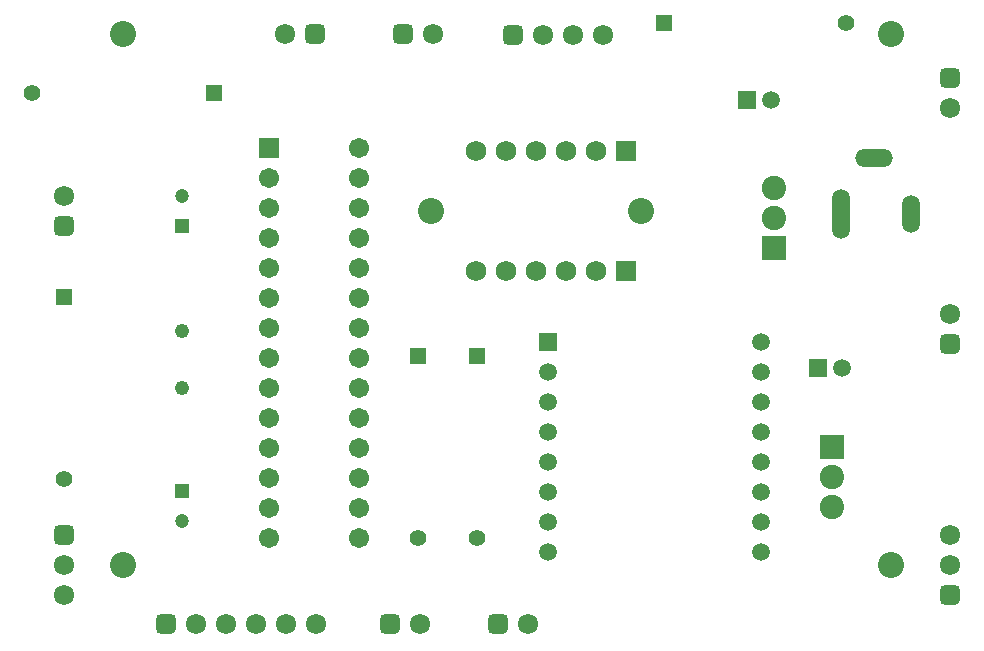
<source format=gts>
G04*
G04 #@! TF.GenerationSoftware,Altium Limited,Altium Designer,25.1.2 (22)*
G04*
G04 Layer_Color=8388736*
%FSLAX25Y25*%
%MOIN*%
G70*
G04*
G04 #@! TF.SameCoordinates,B7606435-976A-44DC-911F-35B296C07FD0*
G04*
G04*
G04 #@! TF.FilePolarity,Negative*
G04*
G01*
G75*
G04:AMPARAMS|DCode=16|XSize=67.84mil|YSize=67.84mil|CornerRadius=18.96mil|HoleSize=0mil|Usage=FLASHONLY|Rotation=180.000|XOffset=0mil|YOffset=0mil|HoleType=Round|Shape=RoundedRectangle|*
%AMROUNDEDRECTD16*
21,1,0.06784,0.02992,0,0,180.0*
21,1,0.02992,0.06784,0,0,180.0*
1,1,0.03792,-0.01496,0.01496*
1,1,0.03792,0.01496,0.01496*
1,1,0.03792,0.01496,-0.01496*
1,1,0.03792,-0.01496,-0.01496*
%
%ADD16ROUNDEDRECTD16*%
%ADD17C,0.06784*%
G04:AMPARAMS|DCode=18|XSize=67.84mil|YSize=67.84mil|CornerRadius=18.96mil|HoleSize=0mil|Usage=FLASHONLY|Rotation=90.000|XOffset=0mil|YOffset=0mil|HoleType=Round|Shape=RoundedRectangle|*
%AMROUNDEDRECTD18*
21,1,0.06784,0.02992,0,0,90.0*
21,1,0.02992,0.06784,0,0,90.0*
1,1,0.03792,0.01496,0.01496*
1,1,0.03792,0.01496,-0.01496*
1,1,0.03792,-0.01496,-0.01496*
1,1,0.03792,-0.01496,0.01496*
%
%ADD18ROUNDEDRECTD18*%
%ADD19R,0.06706X0.06706*%
%ADD20C,0.06706*%
%ADD21C,0.08674*%
%ADD22R,0.06800X0.06800*%
%ADD23C,0.06800*%
%ADD24C,0.05950*%
%ADD25R,0.05950X0.05950*%
%ADD26O,0.05906X0.16535*%
%ADD27O,0.05906X0.12598*%
%ADD28O,0.12598X0.05906*%
%ADD29R,0.08123X0.08123*%
%ADD30C,0.08123*%
%ADD31R,0.05918X0.05918*%
%ADD32C,0.05918*%
%ADD33C,0.05512*%
%ADD34R,0.05512X0.05512*%
%ADD35C,0.04765*%
%ADD36C,0.04724*%
%ADD37R,0.04724X0.04724*%
%ADD38R,0.05512X0.05512*%
D16*
X103425Y216535D02*
D03*
X169400Y216200D02*
D03*
X132795Y216535D02*
D03*
X53740Y19685D02*
D03*
X128500D02*
D03*
X164500D02*
D03*
D17*
X93425Y216535D02*
D03*
X19685Y162480D02*
D03*
X179400Y216200D02*
D03*
X189400D02*
D03*
X199400D02*
D03*
X142795Y216535D02*
D03*
X314961Y191850D02*
D03*
X19685Y39370D02*
D03*
Y29370D02*
D03*
X314961Y39370D02*
D03*
Y49370D02*
D03*
Y123110D02*
D03*
X73740Y19685D02*
D03*
X63740D02*
D03*
X83740D02*
D03*
X93740D02*
D03*
X103740D02*
D03*
X138500D02*
D03*
X174500D02*
D03*
D18*
X19685Y152480D02*
D03*
X314961Y201850D02*
D03*
X19685Y49370D02*
D03*
X314961Y29370D02*
D03*
Y113110D02*
D03*
D19*
X88110Y178425D02*
D03*
D20*
Y168425D02*
D03*
Y158425D02*
D03*
Y148425D02*
D03*
Y138425D02*
D03*
Y128425D02*
D03*
Y118425D02*
D03*
Y108425D02*
D03*
Y98425D02*
D03*
Y88425D02*
D03*
Y78425D02*
D03*
Y68425D02*
D03*
Y58425D02*
D03*
Y48425D02*
D03*
X118110Y178425D02*
D03*
Y168425D02*
D03*
Y158425D02*
D03*
Y148425D02*
D03*
Y138425D02*
D03*
Y128425D02*
D03*
Y118425D02*
D03*
Y108425D02*
D03*
Y98425D02*
D03*
Y88425D02*
D03*
Y78425D02*
D03*
Y68425D02*
D03*
Y58425D02*
D03*
Y48425D02*
D03*
D21*
X142165Y157480D02*
D03*
X212165D02*
D03*
X39370Y39370D02*
D03*
X295276D02*
D03*
Y216535D02*
D03*
X39370D02*
D03*
D22*
X207165Y137480D02*
D03*
Y177480D02*
D03*
D23*
X197165Y137480D02*
D03*
X187165D02*
D03*
X177165D02*
D03*
X167165D02*
D03*
X157165D02*
D03*
X197165Y177480D02*
D03*
X187165D02*
D03*
X177165D02*
D03*
X167165D02*
D03*
X157165D02*
D03*
D24*
X181035Y83740D02*
D03*
Y73740D02*
D03*
X252035Y83740D02*
D03*
Y73740D02*
D03*
X181035Y63740D02*
D03*
Y93740D02*
D03*
X252035D02*
D03*
Y63740D02*
D03*
X181035Y103740D02*
D03*
X252035D02*
D03*
X181035Y53740D02*
D03*
X252035D02*
D03*
Y113740D02*
D03*
X181035Y43740D02*
D03*
X252035D02*
D03*
D25*
X181035Y113740D02*
D03*
D26*
X278772Y156500D02*
D03*
D27*
X302000D02*
D03*
D28*
X289795Y175004D02*
D03*
D29*
X256200Y145000D02*
D03*
X275590Y78740D02*
D03*
D30*
X256200Y155000D02*
D03*
Y165000D02*
D03*
X275590Y68740D02*
D03*
Y58740D02*
D03*
D31*
X247463Y194600D02*
D03*
X271063Y105000D02*
D03*
D32*
X255337Y194600D02*
D03*
X278937Y105000D02*
D03*
D33*
X19685Y67992D02*
D03*
X137795Y48307D02*
D03*
X157480D02*
D03*
X280433Y220000D02*
D03*
X8937Y196850D02*
D03*
D34*
X19685Y128858D02*
D03*
X137795Y109173D02*
D03*
X157480D02*
D03*
D35*
X59055Y117638D02*
D03*
Y98425D02*
D03*
D36*
X59055Y162402D02*
D03*
Y54134D02*
D03*
D37*
Y152559D02*
D03*
Y63976D02*
D03*
D38*
X219567Y220000D02*
D03*
X69803Y196850D02*
D03*
M02*

</source>
